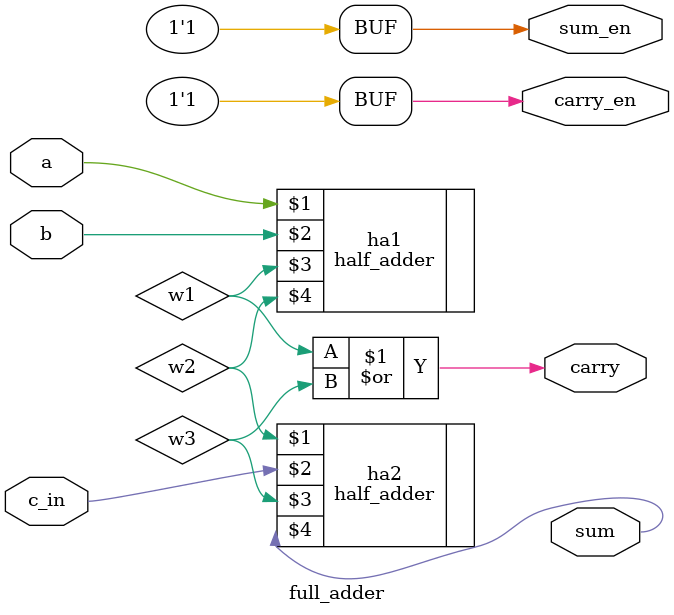
<source format=v>
(* top *) module full_adder (
	(* iopad_external_pin *) input a,
	(* iopad_external_pin *) input b,
	(* iopad_external_pin *) input c_in,
	(* iopad_external_pin *) output sum,
	(* iopad_external_pin *) output sum_en,
	(* iopad_external_pin *) output carry,
	(* iopad_external_pin *) output carry_en
);
	assign sum_en = 1'b1;
	assign carry_en = 1'b1;
	
	wire w1, w2, w3;
	
	half_adder ha1(a, b, w1, w2);
	half_adder ha2(w2, c_in, w3, sum);
	or or1(carry, w1, w3);
	
endmodule
</source>
